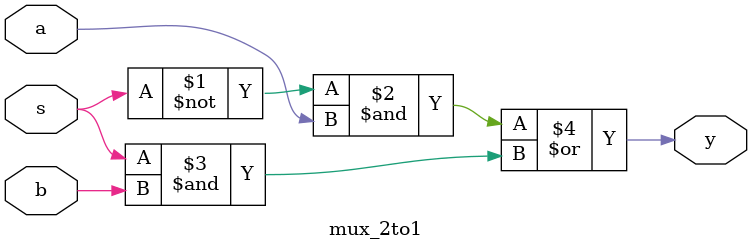
<source format=v>
module mux_2to1( 
    input a,b,s,
    output y 
               );
    assign y= ((~s&a) | (s&b));
    /*wire x,w1,w2;
    not(x,s);
    and(w1,x,a);
    and(w2,s,b);
    or(y,w1,w2);
    */
endmodule

</source>
